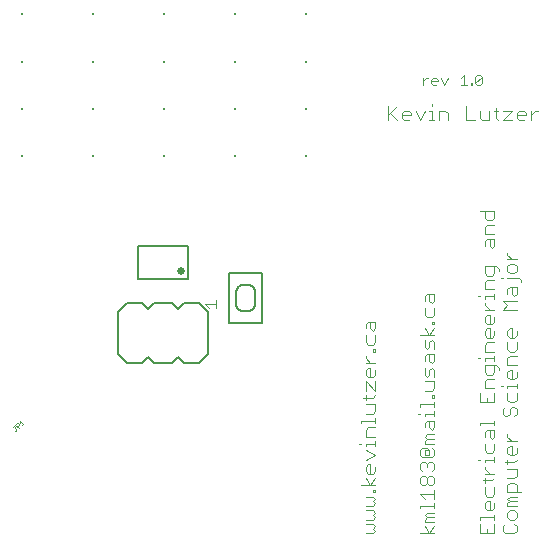
<source format=gbr>
G04 EAGLE Gerber RS-274X export*
G75*
%MOMM*%
%FSLAX34Y34*%
%LPD*%
%INSilkscreen Top*%
%IPPOS*%
%AMOC8*
5,1,8,0,0,1.08239X$1,22.5*%
G01*
%ADD10C,0.076200*%
%ADD11C,0.101600*%
%ADD12C,0.203200*%
%ADD13C,0.650000*%
%ADD14C,0.127000*%
%ADD15C,0.025400*%
%ADD16R,0.200000X0.200000*%


D10*
X380381Y400381D02*
X380381Y405878D01*
X383129Y405878D02*
X380381Y403129D01*
X383129Y405878D02*
X384504Y405878D01*
X388661Y400381D02*
X391409Y400381D01*
X388661Y400381D02*
X387287Y401755D01*
X387287Y404504D01*
X388661Y405878D01*
X391409Y405878D01*
X392784Y404504D01*
X392784Y403129D01*
X387287Y403129D01*
X395574Y405878D02*
X398322Y400381D01*
X401071Y405878D01*
X412148Y405878D02*
X414896Y408626D01*
X414896Y400381D01*
X412148Y400381D02*
X417645Y400381D01*
X420435Y400381D02*
X420435Y401755D01*
X421809Y401755D01*
X421809Y400381D01*
X420435Y400381D01*
X424579Y401755D02*
X424579Y407252D01*
X425953Y408626D01*
X428701Y408626D01*
X430075Y407252D01*
X430075Y401755D01*
X428701Y400381D01*
X425953Y400381D01*
X424579Y401755D01*
X430075Y407252D01*
D11*
X350508Y382202D02*
X350508Y370508D01*
X350508Y374406D02*
X358304Y382202D01*
X352457Y376355D02*
X358304Y370508D01*
X364151Y370508D02*
X368049Y370508D01*
X364151Y370508D02*
X362202Y372457D01*
X362202Y376355D01*
X364151Y378304D01*
X368049Y378304D01*
X369998Y376355D01*
X369998Y374406D01*
X362202Y374406D01*
X373896Y378304D02*
X377794Y370508D01*
X381692Y378304D01*
X385590Y378304D02*
X387539Y378304D01*
X387539Y370508D01*
X385590Y370508D02*
X389488Y370508D01*
X387539Y382202D02*
X387539Y384151D01*
X393386Y378304D02*
X393386Y370508D01*
X393386Y378304D02*
X399233Y378304D01*
X401182Y376355D01*
X401182Y370508D01*
X416774Y370508D02*
X416774Y382202D01*
X416774Y370508D02*
X424570Y370508D01*
X428468Y372457D02*
X428468Y378304D01*
X428468Y372457D02*
X430417Y370508D01*
X436264Y370508D01*
X436264Y378304D01*
X442111Y380253D02*
X442111Y372457D01*
X444060Y370508D01*
X444060Y378304D02*
X440162Y378304D01*
X447958Y378304D02*
X455754Y378304D01*
X447958Y370508D01*
X455754Y370508D01*
X461601Y370508D02*
X465499Y370508D01*
X461601Y370508D02*
X459652Y372457D01*
X459652Y376355D01*
X461601Y378304D01*
X465499Y378304D01*
X467448Y376355D01*
X467448Y374406D01*
X459652Y374406D01*
X471346Y370508D02*
X471346Y378304D01*
X471346Y374406D02*
X475244Y378304D01*
X477193Y378304D01*
X389492Y20508D02*
X377798Y20508D01*
X385594Y20508D02*
X389492Y26355D01*
X385594Y20508D02*
X381696Y26355D01*
X381696Y30253D02*
X389492Y30253D01*
X381696Y30253D02*
X381696Y32202D01*
X383645Y34151D01*
X389492Y34151D01*
X383645Y34151D02*
X381696Y36100D01*
X383645Y38049D01*
X389492Y38049D01*
X377798Y41947D02*
X377798Y43896D01*
X389492Y43896D01*
X389492Y41947D02*
X389492Y45845D01*
X381696Y49743D02*
X377798Y53641D01*
X389492Y53641D01*
X389492Y49743D02*
X389492Y57539D01*
X379747Y61437D02*
X377798Y63386D01*
X377798Y67284D01*
X379747Y69233D01*
X381696Y69233D01*
X383645Y67284D01*
X385594Y69233D01*
X387543Y69233D01*
X389492Y67284D01*
X389492Y63386D01*
X387543Y61437D01*
X385594Y61437D01*
X383645Y63386D01*
X381696Y61437D01*
X379747Y61437D01*
X383645Y63386D02*
X383645Y67284D01*
X379747Y73131D02*
X377798Y75080D01*
X377798Y78978D01*
X379747Y80927D01*
X381696Y80927D01*
X383645Y78978D01*
X383645Y77029D01*
X383645Y78978D02*
X385594Y80927D01*
X387543Y80927D01*
X389492Y78978D01*
X389492Y75080D01*
X387543Y73131D01*
X389492Y90672D02*
X387543Y92621D01*
X389492Y90672D02*
X389492Y86774D01*
X387543Y84825D01*
X379747Y84825D01*
X377798Y86774D01*
X377798Y90672D01*
X379747Y92621D01*
X383645Y92621D01*
X385594Y90672D01*
X385594Y86774D01*
X381696Y86774D01*
X381696Y90672D01*
X385594Y90672D01*
X389492Y96519D02*
X381696Y96519D01*
X381696Y98468D01*
X383645Y100417D01*
X389492Y100417D01*
X383645Y100417D02*
X381696Y102366D01*
X383645Y104315D01*
X389492Y104315D01*
X381696Y110162D02*
X381696Y114060D01*
X383645Y116009D01*
X389492Y116009D01*
X389492Y110162D01*
X387543Y108213D01*
X385594Y110162D01*
X385594Y116009D01*
X381696Y119907D02*
X381696Y121856D01*
X389492Y121856D01*
X389492Y119907D02*
X389492Y123805D01*
X377798Y121856D02*
X375849Y121856D01*
X377798Y127703D02*
X377798Y129652D01*
X389492Y129652D01*
X389492Y127703D02*
X389492Y131601D01*
X389492Y135499D02*
X387543Y135499D01*
X387543Y137448D01*
X389492Y137448D01*
X389492Y135499D01*
X387543Y141346D02*
X381696Y141346D01*
X387543Y141346D02*
X389492Y143295D01*
X389492Y149142D01*
X381696Y149142D01*
X389492Y153040D02*
X389492Y158887D01*
X387543Y160836D01*
X385594Y158887D01*
X385594Y154989D01*
X383645Y153040D01*
X381696Y154989D01*
X381696Y160836D01*
X381696Y166683D02*
X381696Y170581D01*
X383645Y172530D01*
X389492Y172530D01*
X389492Y166683D01*
X387543Y164734D01*
X385594Y166683D01*
X385594Y172530D01*
X389492Y176428D02*
X389492Y182275D01*
X387543Y184224D01*
X385594Y182275D01*
X385594Y178377D01*
X383645Y176428D01*
X381696Y178377D01*
X381696Y184224D01*
X377798Y188122D02*
X389492Y188122D01*
X385594Y188122D02*
X389492Y193968D01*
X385594Y188122D02*
X381696Y193968D01*
X387543Y197866D02*
X389492Y197866D01*
X387543Y197866D02*
X387543Y199815D01*
X389492Y199815D01*
X389492Y197866D01*
X381696Y205662D02*
X381696Y211509D01*
X381696Y205662D02*
X383645Y203713D01*
X387543Y203713D01*
X389492Y205662D01*
X389492Y211509D01*
X381696Y217356D02*
X381696Y221254D01*
X383645Y223203D01*
X389492Y223203D01*
X389492Y217356D01*
X387543Y215407D01*
X385594Y217356D01*
X385594Y223203D01*
X428748Y28304D02*
X428748Y20508D01*
X440442Y20508D01*
X440442Y28304D01*
X434595Y24406D02*
X434595Y20508D01*
X428748Y32202D02*
X428748Y34151D01*
X440442Y34151D01*
X440442Y32202D02*
X440442Y36100D01*
X440442Y41947D02*
X440442Y45845D01*
X440442Y41947D02*
X438493Y39998D01*
X434595Y39998D01*
X432646Y41947D01*
X432646Y45845D01*
X434595Y47794D01*
X436544Y47794D01*
X436544Y39998D01*
X432646Y53641D02*
X432646Y59488D01*
X432646Y53641D02*
X434595Y51692D01*
X438493Y51692D01*
X440442Y53641D01*
X440442Y59488D01*
X438493Y65335D02*
X430697Y65335D01*
X438493Y65335D02*
X440442Y67284D01*
X432646Y67284D02*
X432646Y63386D01*
X432646Y71182D02*
X440442Y71182D01*
X436544Y71182D02*
X432646Y75080D01*
X432646Y77029D01*
X432646Y80927D02*
X432646Y82876D01*
X440442Y82876D01*
X440442Y80927D02*
X440442Y84825D01*
X428748Y82876D02*
X426799Y82876D01*
X432646Y90672D02*
X432646Y96519D01*
X432646Y90672D02*
X434595Y88723D01*
X438493Y88723D01*
X440442Y90672D01*
X440442Y96519D01*
X432646Y102366D02*
X432646Y106264D01*
X434595Y108213D01*
X440442Y108213D01*
X440442Y102366D01*
X438493Y100417D01*
X436544Y102366D01*
X436544Y108213D01*
X428748Y112111D02*
X428748Y114060D01*
X440442Y114060D01*
X440442Y112111D02*
X440442Y116009D01*
X428748Y131601D02*
X428748Y139397D01*
X428748Y131601D02*
X440442Y131601D01*
X440442Y139397D01*
X434595Y135499D02*
X434595Y131601D01*
X432646Y143295D02*
X440442Y143295D01*
X432646Y143295D02*
X432646Y149142D01*
X434595Y151091D01*
X440442Y151091D01*
X444340Y158887D02*
X444340Y160836D01*
X442391Y162785D01*
X432646Y162785D01*
X432646Y156938D01*
X434595Y154989D01*
X438493Y154989D01*
X440442Y156938D01*
X440442Y162785D01*
X432646Y166683D02*
X432646Y168632D01*
X440442Y168632D01*
X440442Y166683D02*
X440442Y170581D01*
X428748Y168632D02*
X426799Y168632D01*
X432646Y174479D02*
X440442Y174479D01*
X432646Y174479D02*
X432646Y180326D01*
X434595Y182275D01*
X440442Y182275D01*
X440442Y188121D02*
X440442Y192019D01*
X440442Y188121D02*
X438493Y186173D01*
X434595Y186173D01*
X432646Y188121D01*
X432646Y192019D01*
X434595Y193968D01*
X436544Y193968D01*
X436544Y186173D01*
X440442Y199815D02*
X440442Y203713D01*
X440442Y199815D02*
X438493Y197866D01*
X434595Y197866D01*
X432646Y199815D01*
X432646Y203713D01*
X434595Y205662D01*
X436544Y205662D01*
X436544Y197866D01*
X440442Y209560D02*
X432646Y209560D01*
X436544Y209560D02*
X432646Y213458D01*
X432646Y215407D01*
X432646Y219305D02*
X432646Y221254D01*
X440442Y221254D01*
X440442Y219305D02*
X440442Y223203D01*
X428748Y221254D02*
X426799Y221254D01*
X432646Y227101D02*
X440442Y227101D01*
X432646Y227101D02*
X432646Y232948D01*
X434595Y234897D01*
X440442Y234897D01*
X444340Y242693D02*
X444340Y244642D01*
X442391Y246591D01*
X432646Y246591D01*
X432646Y240744D01*
X434595Y238795D01*
X438493Y238795D01*
X440442Y240744D01*
X440442Y246591D01*
X432646Y264132D02*
X432646Y268030D01*
X434595Y269979D01*
X440442Y269979D01*
X440442Y264132D01*
X438493Y262183D01*
X436544Y264132D01*
X436544Y269979D01*
X440442Y273877D02*
X432646Y273877D01*
X432646Y279724D01*
X434595Y281673D01*
X440442Y281673D01*
X440442Y293367D02*
X428748Y293367D01*
X440442Y293367D02*
X440442Y287520D01*
X438493Y285571D01*
X434595Y285571D01*
X432646Y287520D01*
X432646Y293367D01*
X449747Y28304D02*
X447798Y26355D01*
X447798Y22457D01*
X449747Y20508D01*
X457543Y20508D01*
X459492Y22457D01*
X459492Y26355D01*
X457543Y28304D01*
X459492Y34151D02*
X459492Y38049D01*
X457543Y39998D01*
X453645Y39998D01*
X451696Y38049D01*
X451696Y34151D01*
X453645Y32202D01*
X457543Y32202D01*
X459492Y34151D01*
X459492Y43896D02*
X451696Y43896D01*
X451696Y45845D01*
X453645Y47794D01*
X459492Y47794D01*
X453645Y47794D02*
X451696Y49743D01*
X453645Y51692D01*
X459492Y51692D01*
X463390Y55590D02*
X451696Y55590D01*
X451696Y61437D01*
X453645Y63386D01*
X457543Y63386D01*
X459492Y61437D01*
X459492Y55590D01*
X457543Y67284D02*
X451696Y67284D01*
X457543Y67284D02*
X459492Y69233D01*
X459492Y75080D01*
X451696Y75080D01*
X449747Y80927D02*
X457543Y80927D01*
X459492Y82876D01*
X451696Y82876D02*
X451696Y78978D01*
X459492Y88723D02*
X459492Y92621D01*
X459492Y88723D02*
X457543Y86774D01*
X453645Y86774D01*
X451696Y88723D01*
X451696Y92621D01*
X453645Y94570D01*
X455594Y94570D01*
X455594Y86774D01*
X459492Y98468D02*
X451696Y98468D01*
X455594Y98468D02*
X451696Y102366D01*
X451696Y104315D01*
X447798Y125754D02*
X449747Y127703D01*
X447798Y125754D02*
X447798Y121856D01*
X449747Y119907D01*
X451696Y119907D01*
X453645Y121856D01*
X453645Y125754D01*
X455594Y127703D01*
X457543Y127703D01*
X459492Y125754D01*
X459492Y121856D01*
X457543Y119907D01*
X451696Y133550D02*
X451696Y139397D01*
X451696Y133550D02*
X453645Y131601D01*
X457543Y131601D01*
X459492Y133550D01*
X459492Y139397D01*
X451696Y143295D02*
X451696Y145244D01*
X459492Y145244D01*
X459492Y143295D02*
X459492Y147193D01*
X447798Y145244D02*
X445849Y145244D01*
X459492Y153040D02*
X459492Y156938D01*
X459492Y153040D02*
X457543Y151091D01*
X453645Y151091D01*
X451696Y153040D01*
X451696Y156938D01*
X453645Y158887D01*
X455594Y158887D01*
X455594Y151091D01*
X459492Y162785D02*
X451696Y162785D01*
X451696Y168632D01*
X453645Y170581D01*
X459492Y170581D01*
X451696Y176428D02*
X451696Y182275D01*
X451696Y176428D02*
X453645Y174479D01*
X457543Y174479D01*
X459492Y176428D01*
X459492Y182275D01*
X459492Y188122D02*
X459492Y192020D01*
X459492Y188122D02*
X457543Y186173D01*
X453645Y186173D01*
X451696Y188122D01*
X451696Y192020D01*
X453645Y193969D01*
X455594Y193969D01*
X455594Y186173D01*
X459492Y209560D02*
X447798Y209560D01*
X451696Y213458D01*
X447798Y217356D01*
X459492Y217356D01*
X451696Y223203D02*
X451696Y227101D01*
X453645Y229050D01*
X459492Y229050D01*
X459492Y223203D01*
X457543Y221254D01*
X455594Y223203D01*
X455594Y229050D01*
X463390Y232948D02*
X463390Y234897D01*
X461441Y236846D01*
X451696Y236846D01*
X447798Y236846D02*
X445849Y236846D01*
X459492Y242693D02*
X459492Y246591D01*
X457543Y248540D01*
X453645Y248540D01*
X451696Y246591D01*
X451696Y242693D01*
X453645Y240744D01*
X457543Y240744D01*
X459492Y242693D01*
X459492Y252438D02*
X451696Y252438D01*
X455594Y252438D02*
X451696Y256336D01*
X451696Y258285D01*
X337543Y20508D02*
X331696Y20508D01*
X337543Y20508D02*
X339492Y22457D01*
X337543Y24406D01*
X339492Y26355D01*
X337543Y28304D01*
X331696Y28304D01*
X331696Y32202D02*
X337543Y32202D01*
X339492Y34151D01*
X337543Y36100D01*
X339492Y38049D01*
X337543Y39998D01*
X331696Y39998D01*
X331696Y43896D02*
X337543Y43896D01*
X339492Y45845D01*
X337543Y47794D01*
X339492Y49743D01*
X337543Y51692D01*
X331696Y51692D01*
X337543Y55590D02*
X339492Y55590D01*
X337543Y55590D02*
X337543Y57539D01*
X339492Y57539D01*
X339492Y55590D01*
X339492Y61437D02*
X327798Y61437D01*
X335594Y61437D02*
X339492Y67284D01*
X335594Y61437D02*
X331696Y67284D01*
X339492Y73131D02*
X339492Y77029D01*
X339492Y73131D02*
X337543Y71182D01*
X333645Y71182D01*
X331696Y73131D01*
X331696Y77029D01*
X333645Y78978D01*
X335594Y78978D01*
X335594Y71182D01*
X331696Y82876D02*
X339492Y86774D01*
X331696Y90672D01*
X331696Y94570D02*
X331696Y96519D01*
X339492Y96519D01*
X339492Y94570D02*
X339492Y98468D01*
X327798Y96519D02*
X325849Y96519D01*
X331696Y102366D02*
X339492Y102366D01*
X331696Y102366D02*
X331696Y108213D01*
X333645Y110162D01*
X339492Y110162D01*
X327798Y114060D02*
X327798Y116009D01*
X339492Y116009D01*
X339492Y114060D02*
X339492Y117958D01*
X337543Y121856D02*
X331696Y121856D01*
X337543Y121856D02*
X339492Y123805D01*
X339492Y129652D01*
X331696Y129652D01*
X329747Y135499D02*
X337543Y135499D01*
X339492Y137448D01*
X331696Y137448D02*
X331696Y133550D01*
X331696Y141346D02*
X331696Y149142D01*
X339492Y141346D01*
X339492Y149142D01*
X339492Y154989D02*
X339492Y158887D01*
X339492Y154989D02*
X337543Y153040D01*
X333645Y153040D01*
X331696Y154989D01*
X331696Y158887D01*
X333645Y160836D01*
X335594Y160836D01*
X335594Y153040D01*
X339492Y164734D02*
X331696Y164734D01*
X335594Y164734D02*
X331696Y168632D01*
X331696Y170581D01*
X337543Y174479D02*
X339492Y174479D01*
X337543Y174479D02*
X337543Y176428D01*
X339492Y176428D01*
X339492Y174479D01*
X331696Y182274D02*
X331696Y188121D01*
X331696Y182274D02*
X333645Y180326D01*
X337543Y180326D01*
X339492Y182274D01*
X339492Y188121D01*
X331696Y193968D02*
X331696Y197866D01*
X333645Y199815D01*
X339492Y199815D01*
X339492Y193968D01*
X337543Y192019D01*
X335594Y193968D01*
X335594Y199815D01*
D12*
X181500Y264000D02*
X138500Y264000D01*
X138500Y236000D01*
X181500Y236000D01*
X181500Y264000D01*
D13*
X175250Y242500D03*
D14*
X216000Y241000D02*
X216000Y199000D01*
X216000Y241000D02*
X244000Y241000D01*
X244000Y199000D01*
X216000Y199000D01*
X232000Y209000D02*
X232152Y209002D01*
X232304Y209008D01*
X232456Y209017D01*
X232607Y209031D01*
X232758Y209048D01*
X232909Y209069D01*
X233059Y209094D01*
X233208Y209123D01*
X233356Y209155D01*
X233504Y209192D01*
X233651Y209231D01*
X233796Y209275D01*
X233941Y209323D01*
X234084Y209373D01*
X234226Y209428D01*
X234366Y209486D01*
X234505Y209548D01*
X234642Y209613D01*
X234778Y209682D01*
X234912Y209754D01*
X235044Y209829D01*
X235174Y209908D01*
X235302Y209990D01*
X235428Y210075D01*
X235551Y210164D01*
X235673Y210255D01*
X235792Y210350D01*
X235908Y210447D01*
X236022Y210548D01*
X236134Y210651D01*
X236243Y210757D01*
X236349Y210866D01*
X236452Y210978D01*
X236553Y211092D01*
X236650Y211208D01*
X236745Y211327D01*
X236836Y211449D01*
X236925Y211572D01*
X237010Y211698D01*
X237092Y211826D01*
X237171Y211956D01*
X237246Y212088D01*
X237318Y212222D01*
X237387Y212358D01*
X237452Y212495D01*
X237514Y212634D01*
X237572Y212774D01*
X237627Y212916D01*
X237677Y213059D01*
X237725Y213204D01*
X237769Y213349D01*
X237808Y213496D01*
X237845Y213644D01*
X237877Y213792D01*
X237906Y213941D01*
X237931Y214091D01*
X237952Y214242D01*
X237969Y214393D01*
X237983Y214544D01*
X237992Y214696D01*
X237998Y214848D01*
X238000Y215000D01*
X232000Y209000D02*
X228000Y209000D01*
X227848Y209002D01*
X227696Y209008D01*
X227544Y209017D01*
X227393Y209031D01*
X227242Y209048D01*
X227091Y209069D01*
X226941Y209094D01*
X226792Y209123D01*
X226644Y209155D01*
X226496Y209192D01*
X226349Y209231D01*
X226204Y209275D01*
X226059Y209323D01*
X225916Y209373D01*
X225774Y209428D01*
X225634Y209486D01*
X225495Y209548D01*
X225358Y209613D01*
X225222Y209682D01*
X225088Y209754D01*
X224956Y209829D01*
X224826Y209908D01*
X224698Y209990D01*
X224572Y210075D01*
X224449Y210164D01*
X224327Y210255D01*
X224208Y210350D01*
X224092Y210447D01*
X223978Y210548D01*
X223866Y210651D01*
X223757Y210757D01*
X223651Y210866D01*
X223548Y210978D01*
X223447Y211092D01*
X223350Y211208D01*
X223255Y211327D01*
X223164Y211449D01*
X223075Y211572D01*
X222990Y211698D01*
X222908Y211826D01*
X222829Y211956D01*
X222754Y212088D01*
X222682Y212222D01*
X222613Y212358D01*
X222548Y212495D01*
X222486Y212634D01*
X222428Y212774D01*
X222373Y212916D01*
X222323Y213059D01*
X222275Y213204D01*
X222231Y213349D01*
X222192Y213496D01*
X222155Y213644D01*
X222123Y213792D01*
X222094Y213941D01*
X222069Y214091D01*
X222048Y214242D01*
X222031Y214393D01*
X222017Y214544D01*
X222008Y214696D01*
X222002Y214848D01*
X222000Y215000D01*
X222000Y225000D01*
X222002Y225152D01*
X222008Y225304D01*
X222017Y225456D01*
X222031Y225607D01*
X222048Y225758D01*
X222069Y225909D01*
X222094Y226059D01*
X222123Y226208D01*
X222155Y226356D01*
X222192Y226504D01*
X222231Y226651D01*
X222275Y226796D01*
X222323Y226941D01*
X222373Y227084D01*
X222428Y227226D01*
X222486Y227366D01*
X222548Y227505D01*
X222613Y227642D01*
X222682Y227778D01*
X222754Y227912D01*
X222829Y228044D01*
X222908Y228174D01*
X222990Y228302D01*
X223075Y228428D01*
X223164Y228551D01*
X223255Y228673D01*
X223350Y228792D01*
X223447Y228908D01*
X223548Y229022D01*
X223651Y229134D01*
X223757Y229243D01*
X223866Y229349D01*
X223978Y229452D01*
X224092Y229553D01*
X224208Y229650D01*
X224327Y229745D01*
X224449Y229836D01*
X224572Y229925D01*
X224698Y230010D01*
X224826Y230092D01*
X224956Y230171D01*
X225088Y230246D01*
X225222Y230318D01*
X225358Y230387D01*
X225495Y230452D01*
X225634Y230514D01*
X225774Y230572D01*
X225916Y230627D01*
X226059Y230677D01*
X226204Y230725D01*
X226349Y230769D01*
X226496Y230808D01*
X226644Y230845D01*
X226792Y230877D01*
X226941Y230906D01*
X227091Y230931D01*
X227242Y230952D01*
X227393Y230969D01*
X227544Y230983D01*
X227696Y230992D01*
X227848Y230998D01*
X228000Y231000D01*
X232000Y231000D01*
X232152Y230998D01*
X232304Y230992D01*
X232456Y230983D01*
X232607Y230969D01*
X232758Y230952D01*
X232909Y230931D01*
X233059Y230906D01*
X233208Y230877D01*
X233356Y230845D01*
X233504Y230808D01*
X233651Y230769D01*
X233796Y230725D01*
X233941Y230677D01*
X234084Y230627D01*
X234226Y230572D01*
X234366Y230514D01*
X234505Y230452D01*
X234642Y230387D01*
X234778Y230318D01*
X234912Y230246D01*
X235044Y230171D01*
X235174Y230092D01*
X235302Y230010D01*
X235428Y229925D01*
X235551Y229836D01*
X235673Y229745D01*
X235792Y229650D01*
X235908Y229553D01*
X236022Y229452D01*
X236134Y229349D01*
X236243Y229243D01*
X236349Y229134D01*
X236452Y229022D01*
X236553Y228908D01*
X236650Y228792D01*
X236745Y228673D01*
X236836Y228551D01*
X236925Y228428D01*
X237010Y228302D01*
X237092Y228174D01*
X237171Y228044D01*
X237246Y227912D01*
X237318Y227778D01*
X237387Y227642D01*
X237452Y227505D01*
X237514Y227366D01*
X237572Y227226D01*
X237627Y227084D01*
X237677Y226941D01*
X237725Y226796D01*
X237769Y226651D01*
X237808Y226504D01*
X237845Y226356D01*
X237877Y226208D01*
X237906Y226059D01*
X237931Y225909D01*
X237952Y225758D01*
X237969Y225607D01*
X237983Y225456D01*
X237992Y225304D01*
X237998Y225152D01*
X238000Y225000D01*
X238000Y215000D01*
X198100Y207780D02*
X190480Y215400D01*
X198100Y207780D02*
X198100Y172220D01*
X190480Y164600D01*
X177780Y164600D01*
X172700Y169680D01*
X167620Y164600D01*
X152380Y164600D01*
X147300Y169680D01*
X142220Y164600D01*
X129520Y164600D01*
X121900Y172220D01*
X121900Y207780D01*
X129520Y215400D01*
X142220Y215400D01*
X147300Y210320D01*
X152380Y215400D01*
X167620Y215400D01*
X172700Y210320D01*
X177780Y215400D01*
X190480Y215400D01*
D10*
X195933Y214641D02*
X199068Y211506D01*
X195933Y214641D02*
X205339Y214641D01*
X205339Y211506D02*
X205339Y217777D01*
D15*
X35548Y107570D02*
X34649Y107570D01*
X35548Y107570D02*
X35997Y108019D01*
X35997Y108918D01*
X33751Y111165D01*
X34200Y111614D02*
X33301Y110715D01*
X35048Y112463D02*
X37745Y109766D01*
X35048Y112463D02*
X36397Y113811D01*
X37295Y113811D01*
X38194Y112912D01*
X38194Y112013D01*
X36846Y110665D01*
X38593Y114210D02*
X38593Y116008D01*
X41290Y113311D01*
X42188Y114210D02*
X40391Y112412D01*
D16*
X41000Y460000D03*
X101000Y460000D03*
X161000Y460000D03*
X221000Y460000D03*
X281000Y460000D03*
X41000Y420000D03*
X101000Y420000D03*
X161000Y420000D03*
X221000Y420000D03*
X281000Y420000D03*
X41000Y380000D03*
X101000Y380000D03*
X161000Y380000D03*
X221000Y380000D03*
X281000Y380000D03*
X41000Y340000D03*
X101000Y340000D03*
X161000Y340000D03*
X221000Y340000D03*
X281000Y340000D03*
M02*

</source>
